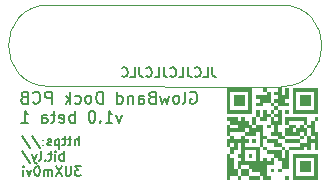
<source format=gbr>
%TF.GenerationSoftware,KiCad,Pcbnew,(6.0.9-0)*%
%TF.CreationDate,2022-11-16T11:59:38+01:00*%
%TF.ProjectId,GlowBand Dock PCB,476c6f77-4261-46e6-9420-446f636b2050,rev?*%
%TF.SameCoordinates,Original*%
%TF.FileFunction,Legend,Bot*%
%TF.FilePolarity,Positive*%
%FSLAX46Y46*%
G04 Gerber Fmt 4.6, Leading zero omitted, Abs format (unit mm)*
G04 Created by KiCad (PCBNEW (6.0.9-0)) date 2022-11-16 11:59:38*
%MOMM*%
%LPD*%
G01*
G04 APERTURE LIST*
%ADD10C,0.150000*%
%ADD11C,0.120000*%
%ADD12C,0.750013*%
%ADD13C,0.800000*%
%ADD14C,1.200000*%
%ADD15C,1.900000*%
G04 APERTURE END LIST*
D10*
X103766623Y-64230304D02*
X103766623Y-64801733D01*
X103804719Y-64916019D01*
X103880909Y-64992209D01*
X103995195Y-65030304D01*
X104071385Y-65030304D01*
X103004719Y-65030304D02*
X103385671Y-65030304D01*
X103385671Y-64230304D01*
X102280909Y-64954114D02*
X102319004Y-64992209D01*
X102433290Y-65030304D01*
X102509480Y-65030304D01*
X102623766Y-64992209D01*
X102699957Y-64916019D01*
X102738052Y-64839828D01*
X102776147Y-64687447D01*
X102776147Y-64573161D01*
X102738052Y-64420780D01*
X102699957Y-64344590D01*
X102623766Y-64268400D01*
X102509480Y-64230304D01*
X102433290Y-64230304D01*
X102319004Y-64268400D01*
X102280909Y-64306495D01*
X101709480Y-64230304D02*
X101709480Y-64801733D01*
X101747576Y-64916019D01*
X101823766Y-64992209D01*
X101938052Y-65030304D01*
X102014242Y-65030304D01*
X100947576Y-65030304D02*
X101328528Y-65030304D01*
X101328528Y-64230304D01*
X100223766Y-64954114D02*
X100261861Y-64992209D01*
X100376147Y-65030304D01*
X100452338Y-65030304D01*
X100566623Y-64992209D01*
X100642814Y-64916019D01*
X100680909Y-64839828D01*
X100719004Y-64687447D01*
X100719004Y-64573161D01*
X100680909Y-64420780D01*
X100642814Y-64344590D01*
X100566623Y-64268400D01*
X100452338Y-64230304D01*
X100376147Y-64230304D01*
X100261861Y-64268400D01*
X100223766Y-64306495D01*
X99652338Y-64230304D02*
X99652338Y-64801733D01*
X99690433Y-64916019D01*
X99766623Y-64992209D01*
X99880909Y-65030304D01*
X99957100Y-65030304D01*
X98890433Y-65030304D02*
X99271385Y-65030304D01*
X99271385Y-64230304D01*
X98166623Y-64954114D02*
X98204719Y-64992209D01*
X98319004Y-65030304D01*
X98395195Y-65030304D01*
X98509480Y-64992209D01*
X98585671Y-64916019D01*
X98623766Y-64839828D01*
X98661861Y-64687447D01*
X98661861Y-64573161D01*
X98623766Y-64420780D01*
X98585671Y-64344590D01*
X98509480Y-64268400D01*
X98395195Y-64230304D01*
X98319004Y-64230304D01*
X98204719Y-64268400D01*
X98166623Y-64306495D01*
X97595195Y-64230304D02*
X97595195Y-64801733D01*
X97633290Y-64916019D01*
X97709480Y-64992209D01*
X97823766Y-65030304D01*
X97899957Y-65030304D01*
X96833290Y-65030304D02*
X97214242Y-65030304D01*
X97214242Y-64230304D01*
X96109480Y-64954114D02*
X96147576Y-64992209D01*
X96261861Y-65030304D01*
X96338052Y-65030304D01*
X96452338Y-64992209D01*
X96528528Y-64916019D01*
X96566623Y-64839828D01*
X96604719Y-64687447D01*
X96604719Y-64573161D01*
X96566623Y-64420780D01*
X96528528Y-64344590D01*
X96452338Y-64268400D01*
X96338052Y-64230304D01*
X96261861Y-64230304D01*
X96147576Y-64268400D01*
X96109480Y-64306495D01*
X92451290Y-70828904D02*
X92451290Y-70028904D01*
X92108433Y-70828904D02*
X92108433Y-70409857D01*
X92146528Y-70333666D01*
X92222719Y-70295571D01*
X92337004Y-70295571D01*
X92413195Y-70333666D01*
X92451290Y-70371761D01*
X91841766Y-70295571D02*
X91537004Y-70295571D01*
X91727480Y-70028904D02*
X91727480Y-70714619D01*
X91689385Y-70790809D01*
X91613195Y-70828904D01*
X91537004Y-70828904D01*
X91384623Y-70295571D02*
X91079861Y-70295571D01*
X91270338Y-70028904D02*
X91270338Y-70714619D01*
X91232242Y-70790809D01*
X91156052Y-70828904D01*
X91079861Y-70828904D01*
X90813195Y-70295571D02*
X90813195Y-71095571D01*
X90813195Y-70333666D02*
X90737004Y-70295571D01*
X90584623Y-70295571D01*
X90508433Y-70333666D01*
X90470338Y-70371761D01*
X90432242Y-70447952D01*
X90432242Y-70676523D01*
X90470338Y-70752714D01*
X90508433Y-70790809D01*
X90584623Y-70828904D01*
X90737004Y-70828904D01*
X90813195Y-70790809D01*
X90127480Y-70790809D02*
X90051290Y-70828904D01*
X89898909Y-70828904D01*
X89822719Y-70790809D01*
X89784623Y-70714619D01*
X89784623Y-70676523D01*
X89822719Y-70600333D01*
X89898909Y-70562238D01*
X90013195Y-70562238D01*
X90089385Y-70524142D01*
X90127480Y-70447952D01*
X90127480Y-70409857D01*
X90089385Y-70333666D01*
X90013195Y-70295571D01*
X89898909Y-70295571D01*
X89822719Y-70333666D01*
X89441766Y-70752714D02*
X89403671Y-70790809D01*
X89441766Y-70828904D01*
X89479861Y-70790809D01*
X89441766Y-70752714D01*
X89441766Y-70828904D01*
X89441766Y-70333666D02*
X89403671Y-70371761D01*
X89441766Y-70409857D01*
X89479861Y-70371761D01*
X89441766Y-70333666D01*
X89441766Y-70409857D01*
X88489385Y-69990809D02*
X89175100Y-71019380D01*
X87651290Y-69990809D02*
X88337004Y-71019380D01*
X91194147Y-72116904D02*
X91194147Y-71316904D01*
X91194147Y-71621666D02*
X91117957Y-71583571D01*
X90965576Y-71583571D01*
X90889385Y-71621666D01*
X90851290Y-71659761D01*
X90813195Y-71735952D01*
X90813195Y-71964523D01*
X90851290Y-72040714D01*
X90889385Y-72078809D01*
X90965576Y-72116904D01*
X91117957Y-72116904D01*
X91194147Y-72078809D01*
X90470338Y-72116904D02*
X90470338Y-71583571D01*
X90470338Y-71316904D02*
X90508433Y-71355000D01*
X90470338Y-71393095D01*
X90432242Y-71355000D01*
X90470338Y-71316904D01*
X90470338Y-71393095D01*
X90203671Y-71583571D02*
X89898909Y-71583571D01*
X90089385Y-71316904D02*
X90089385Y-72002619D01*
X90051290Y-72078809D01*
X89975100Y-72116904D01*
X89898909Y-72116904D01*
X89632242Y-72040714D02*
X89594147Y-72078809D01*
X89632242Y-72116904D01*
X89670338Y-72078809D01*
X89632242Y-72040714D01*
X89632242Y-72116904D01*
X89137004Y-72116904D02*
X89213195Y-72078809D01*
X89251290Y-72002619D01*
X89251290Y-71316904D01*
X88908433Y-71583571D02*
X88717957Y-72116904D01*
X88527480Y-71583571D02*
X88717957Y-72116904D01*
X88794147Y-72307380D01*
X88832242Y-72345476D01*
X88908433Y-72383571D01*
X87651290Y-71278809D02*
X88337004Y-72307380D01*
X92641766Y-72604904D02*
X92146528Y-72604904D01*
X92413195Y-72909666D01*
X92298909Y-72909666D01*
X92222719Y-72947761D01*
X92184623Y-72985857D01*
X92146528Y-73062047D01*
X92146528Y-73252523D01*
X92184623Y-73328714D01*
X92222719Y-73366809D01*
X92298909Y-73404904D01*
X92527480Y-73404904D01*
X92603671Y-73366809D01*
X92641766Y-73328714D01*
X91803671Y-72604904D02*
X91803671Y-73252523D01*
X91765576Y-73328714D01*
X91727480Y-73366809D01*
X91651290Y-73404904D01*
X91498909Y-73404904D01*
X91422719Y-73366809D01*
X91384623Y-73328714D01*
X91346528Y-73252523D01*
X91346528Y-72604904D01*
X91041766Y-72604904D02*
X90508433Y-73404904D01*
X90508433Y-72604904D02*
X91041766Y-73404904D01*
X90203671Y-73404904D02*
X90203671Y-72871571D01*
X90203671Y-72947761D02*
X90165576Y-72909666D01*
X90089385Y-72871571D01*
X89975100Y-72871571D01*
X89898909Y-72909666D01*
X89860814Y-72985857D01*
X89860814Y-73404904D01*
X89860814Y-72985857D02*
X89822719Y-72909666D01*
X89746528Y-72871571D01*
X89632242Y-72871571D01*
X89556052Y-72909666D01*
X89517957Y-72985857D01*
X89517957Y-73404904D01*
X88984623Y-72604904D02*
X88908433Y-72604904D01*
X88832242Y-72643000D01*
X88794147Y-72681095D01*
X88756052Y-72757285D01*
X88717957Y-72909666D01*
X88717957Y-73100142D01*
X88756052Y-73252523D01*
X88794147Y-73328714D01*
X88832242Y-73366809D01*
X88908433Y-73404904D01*
X88984623Y-73404904D01*
X89060814Y-73366809D01*
X89098909Y-73328714D01*
X89137004Y-73252523D01*
X89175100Y-73100142D01*
X89175100Y-72909666D01*
X89137004Y-72757285D01*
X89098909Y-72681095D01*
X89060814Y-72643000D01*
X88984623Y-72604904D01*
X88451290Y-72871571D02*
X88260814Y-73404904D01*
X88070338Y-72871571D01*
X87765576Y-73404904D02*
X87765576Y-72871571D01*
X87765576Y-72604904D02*
X87803671Y-72643000D01*
X87765576Y-72681095D01*
X87727480Y-72643000D01*
X87765576Y-72604904D01*
X87765576Y-72681095D01*
X101921109Y-66335200D02*
X102016347Y-66287580D01*
X102159204Y-66287580D01*
X102302061Y-66335200D01*
X102397300Y-66430438D01*
X102444919Y-66525676D01*
X102492538Y-66716152D01*
X102492538Y-66859009D01*
X102444919Y-67049485D01*
X102397300Y-67144723D01*
X102302061Y-67239961D01*
X102159204Y-67287580D01*
X102063966Y-67287580D01*
X101921109Y-67239961D01*
X101873490Y-67192342D01*
X101873490Y-66859009D01*
X102063966Y-66859009D01*
X101302061Y-67287580D02*
X101397300Y-67239961D01*
X101444919Y-67144723D01*
X101444919Y-66287580D01*
X100778252Y-67287580D02*
X100873490Y-67239961D01*
X100921109Y-67192342D01*
X100968728Y-67097104D01*
X100968728Y-66811390D01*
X100921109Y-66716152D01*
X100873490Y-66668533D01*
X100778252Y-66620914D01*
X100635395Y-66620914D01*
X100540157Y-66668533D01*
X100492538Y-66716152D01*
X100444919Y-66811390D01*
X100444919Y-67097104D01*
X100492538Y-67192342D01*
X100540157Y-67239961D01*
X100635395Y-67287580D01*
X100778252Y-67287580D01*
X100111585Y-66620914D02*
X99921109Y-67287580D01*
X99730633Y-66811390D01*
X99540157Y-67287580D01*
X99349680Y-66620914D01*
X98635395Y-66763771D02*
X98492538Y-66811390D01*
X98444919Y-66859009D01*
X98397300Y-66954247D01*
X98397300Y-67097104D01*
X98444919Y-67192342D01*
X98492538Y-67239961D01*
X98587776Y-67287580D01*
X98968728Y-67287580D01*
X98968728Y-66287580D01*
X98635395Y-66287580D01*
X98540157Y-66335200D01*
X98492538Y-66382819D01*
X98444919Y-66478057D01*
X98444919Y-66573295D01*
X98492538Y-66668533D01*
X98540157Y-66716152D01*
X98635395Y-66763771D01*
X98968728Y-66763771D01*
X97540157Y-67287580D02*
X97540157Y-66763771D01*
X97587776Y-66668533D01*
X97683014Y-66620914D01*
X97873490Y-66620914D01*
X97968728Y-66668533D01*
X97540157Y-67239961D02*
X97635395Y-67287580D01*
X97873490Y-67287580D01*
X97968728Y-67239961D01*
X98016347Y-67144723D01*
X98016347Y-67049485D01*
X97968728Y-66954247D01*
X97873490Y-66906628D01*
X97635395Y-66906628D01*
X97540157Y-66859009D01*
X97063966Y-66620914D02*
X97063966Y-67287580D01*
X97063966Y-66716152D02*
X97016347Y-66668533D01*
X96921109Y-66620914D01*
X96778252Y-66620914D01*
X96683014Y-66668533D01*
X96635395Y-66763771D01*
X96635395Y-67287580D01*
X95730633Y-67287580D02*
X95730633Y-66287580D01*
X95730633Y-67239961D02*
X95825871Y-67287580D01*
X96016347Y-67287580D01*
X96111585Y-67239961D01*
X96159204Y-67192342D01*
X96206823Y-67097104D01*
X96206823Y-66811390D01*
X96159204Y-66716152D01*
X96111585Y-66668533D01*
X96016347Y-66620914D01*
X95825871Y-66620914D01*
X95730633Y-66668533D01*
X94492538Y-67287580D02*
X94492538Y-66287580D01*
X94254442Y-66287580D01*
X94111585Y-66335200D01*
X94016347Y-66430438D01*
X93968728Y-66525676D01*
X93921109Y-66716152D01*
X93921109Y-66859009D01*
X93968728Y-67049485D01*
X94016347Y-67144723D01*
X94111585Y-67239961D01*
X94254442Y-67287580D01*
X94492538Y-67287580D01*
X93349680Y-67287580D02*
X93444919Y-67239961D01*
X93492538Y-67192342D01*
X93540157Y-67097104D01*
X93540157Y-66811390D01*
X93492538Y-66716152D01*
X93444919Y-66668533D01*
X93349680Y-66620914D01*
X93206823Y-66620914D01*
X93111585Y-66668533D01*
X93063966Y-66716152D01*
X93016347Y-66811390D01*
X93016347Y-67097104D01*
X93063966Y-67192342D01*
X93111585Y-67239961D01*
X93206823Y-67287580D01*
X93349680Y-67287580D01*
X92159204Y-67239961D02*
X92254442Y-67287580D01*
X92444919Y-67287580D01*
X92540157Y-67239961D01*
X92587776Y-67192342D01*
X92635395Y-67097104D01*
X92635395Y-66811390D01*
X92587776Y-66716152D01*
X92540157Y-66668533D01*
X92444919Y-66620914D01*
X92254442Y-66620914D01*
X92159204Y-66668533D01*
X91730633Y-67287580D02*
X91730633Y-66287580D01*
X91635395Y-66906628D02*
X91349680Y-67287580D01*
X91349680Y-66620914D02*
X91730633Y-67001866D01*
X90159204Y-67287580D02*
X90159204Y-66287580D01*
X89778252Y-66287580D01*
X89683014Y-66335200D01*
X89635395Y-66382819D01*
X89587776Y-66478057D01*
X89587776Y-66620914D01*
X89635395Y-66716152D01*
X89683014Y-66763771D01*
X89778252Y-66811390D01*
X90159204Y-66811390D01*
X88587776Y-67192342D02*
X88635395Y-67239961D01*
X88778252Y-67287580D01*
X88873490Y-67287580D01*
X89016347Y-67239961D01*
X89111585Y-67144723D01*
X89159204Y-67049485D01*
X89206823Y-66859009D01*
X89206823Y-66716152D01*
X89159204Y-66525676D01*
X89111585Y-66430438D01*
X89016347Y-66335200D01*
X88873490Y-66287580D01*
X88778252Y-66287580D01*
X88635395Y-66335200D01*
X88587776Y-66382819D01*
X87825871Y-66763771D02*
X87683014Y-66811390D01*
X87635395Y-66859009D01*
X87587776Y-66954247D01*
X87587776Y-67097104D01*
X87635395Y-67192342D01*
X87683014Y-67239961D01*
X87778252Y-67287580D01*
X88159204Y-67287580D01*
X88159204Y-66287580D01*
X87825871Y-66287580D01*
X87730633Y-66335200D01*
X87683014Y-66382819D01*
X87635395Y-66478057D01*
X87635395Y-66573295D01*
X87683014Y-66668533D01*
X87730633Y-66716152D01*
X87825871Y-66763771D01*
X88159204Y-66763771D01*
X96111585Y-68230914D02*
X95873490Y-68897580D01*
X95635395Y-68230914D01*
X94730633Y-68897580D02*
X95302061Y-68897580D01*
X95016347Y-68897580D02*
X95016347Y-67897580D01*
X95111585Y-68040438D01*
X95206823Y-68135676D01*
X95302061Y-68183295D01*
X94302061Y-68802342D02*
X94254442Y-68849961D01*
X94302061Y-68897580D01*
X94349680Y-68849961D01*
X94302061Y-68802342D01*
X94302061Y-68897580D01*
X93635395Y-67897580D02*
X93540157Y-67897580D01*
X93444919Y-67945200D01*
X93397300Y-67992819D01*
X93349680Y-68088057D01*
X93302061Y-68278533D01*
X93302061Y-68516628D01*
X93349680Y-68707104D01*
X93397300Y-68802342D01*
X93444919Y-68849961D01*
X93540157Y-68897580D01*
X93635395Y-68897580D01*
X93730633Y-68849961D01*
X93778252Y-68802342D01*
X93825871Y-68707104D01*
X93873490Y-68516628D01*
X93873490Y-68278533D01*
X93825871Y-68088057D01*
X93778252Y-67992819D01*
X93730633Y-67945200D01*
X93635395Y-67897580D01*
X92111585Y-68897580D02*
X92111585Y-67897580D01*
X92111585Y-68278533D02*
X92016347Y-68230914D01*
X91825871Y-68230914D01*
X91730633Y-68278533D01*
X91683014Y-68326152D01*
X91635395Y-68421390D01*
X91635395Y-68707104D01*
X91683014Y-68802342D01*
X91730633Y-68849961D01*
X91825871Y-68897580D01*
X92016347Y-68897580D01*
X92111585Y-68849961D01*
X90825871Y-68849961D02*
X90921109Y-68897580D01*
X91111585Y-68897580D01*
X91206823Y-68849961D01*
X91254442Y-68754723D01*
X91254442Y-68373771D01*
X91206823Y-68278533D01*
X91111585Y-68230914D01*
X90921109Y-68230914D01*
X90825871Y-68278533D01*
X90778252Y-68373771D01*
X90778252Y-68469009D01*
X91254442Y-68564247D01*
X90492538Y-68230914D02*
X90111585Y-68230914D01*
X90349680Y-67897580D02*
X90349680Y-68754723D01*
X90302061Y-68849961D01*
X90206823Y-68897580D01*
X90111585Y-68897580D01*
X89349680Y-68897580D02*
X89349680Y-68373771D01*
X89397300Y-68278533D01*
X89492538Y-68230914D01*
X89683014Y-68230914D01*
X89778252Y-68278533D01*
X89349680Y-68849961D02*
X89444919Y-68897580D01*
X89683014Y-68897580D01*
X89778252Y-68849961D01*
X89825871Y-68754723D01*
X89825871Y-68659485D01*
X89778252Y-68564247D01*
X89683014Y-68516628D01*
X89444919Y-68516628D01*
X89349680Y-68469009D01*
X87587776Y-68897580D02*
X88159204Y-68897580D01*
X87873490Y-68897580D02*
X87873490Y-67897580D01*
X87968728Y-68040438D01*
X88063966Y-68135676D01*
X88159204Y-68183295D01*
%TO.C,G\u002A\u002A\u002A*%
G36*
X110571702Y-73730232D02*
G01*
X110571702Y-73404293D01*
X110897642Y-73404293D01*
X112418693Y-73404293D01*
X112418693Y-71883242D01*
X110897642Y-71883242D01*
X110897642Y-73404293D01*
X110571702Y-73404293D01*
X110571702Y-71557302D01*
X112744632Y-71557302D01*
X112744632Y-73730232D01*
X110571702Y-73730232D01*
G37*
G36*
X110261284Y-73730232D02*
G01*
X109950865Y-73730232D01*
X109950865Y-73419813D01*
X110261284Y-73419813D01*
X110261284Y-73730232D01*
G37*
G36*
X109640447Y-73109395D02*
G01*
X109330028Y-73109395D01*
X109330028Y-72798976D01*
X109640447Y-72798976D01*
X109640447Y-73109395D01*
G37*
G36*
X109640447Y-71867721D02*
G01*
X109950865Y-71867721D01*
X109950865Y-71246883D01*
X110261284Y-71246883D01*
X110261284Y-72798976D01*
X109640447Y-72798976D01*
X109640447Y-72178139D01*
X109330028Y-72178139D01*
X109330028Y-71867721D01*
X109019609Y-71867721D01*
X109019609Y-71557302D01*
X108398772Y-71557302D01*
X108398772Y-71246883D01*
X109640447Y-71246883D01*
X109640447Y-71867721D01*
G37*
G36*
X109950865Y-70005209D02*
G01*
X109950865Y-69694791D01*
X110571702Y-69694791D01*
X110882121Y-69694791D01*
X110882121Y-69384372D01*
X110571702Y-69384372D01*
X110571702Y-69694791D01*
X109950865Y-69694791D01*
X109950865Y-69384372D01*
X110261284Y-69384372D01*
X110261284Y-69073953D01*
X110882121Y-69073953D01*
X110882121Y-69384372D01*
X111192539Y-69384372D01*
X111502958Y-69384372D01*
X111813377Y-69384372D01*
X111813377Y-70005209D01*
X112123795Y-70005209D01*
X112123795Y-70315628D01*
X112434214Y-70315628D01*
X112434214Y-70005209D01*
X112123795Y-70005209D01*
X112123795Y-69384372D01*
X111813377Y-69384372D01*
X111813377Y-69073953D01*
X111502958Y-69073953D01*
X111502958Y-69384372D01*
X111192539Y-69384372D01*
X111192539Y-69073953D01*
X111502958Y-69073953D01*
X111502958Y-68763535D01*
X110261284Y-68763535D01*
X110261284Y-69073953D01*
X109950865Y-69073953D01*
X109950865Y-68453116D01*
X111813377Y-68453116D01*
X111813377Y-69073953D01*
X112123795Y-69073953D01*
X112123795Y-68763535D01*
X112434214Y-68763535D01*
X112434214Y-69694791D01*
X112744632Y-69694791D01*
X112744632Y-71246883D01*
X112434214Y-71246883D01*
X112434214Y-70626046D01*
X112123795Y-70626046D01*
X112123795Y-71246883D01*
X111813377Y-71246883D01*
X111813377Y-70936465D01*
X111502958Y-70936465D01*
X111502958Y-71246883D01*
X110261284Y-71246883D01*
X110261284Y-70936465D01*
X111192539Y-70936465D01*
X111192539Y-70626046D01*
X111813377Y-70626046D01*
X111813377Y-70005209D01*
X111502958Y-70005209D01*
X111502958Y-69694791D01*
X111192539Y-69694791D01*
X111192539Y-70005209D01*
X109950865Y-70005209D01*
G37*
G36*
X109330028Y-68453116D02*
G01*
X109019609Y-68453116D01*
X109019609Y-68142698D01*
X108709191Y-68142698D01*
X108709191Y-68453116D01*
X108398772Y-68453116D01*
X108398772Y-68763535D01*
X107777935Y-68763535D01*
X107777935Y-68453116D01*
X108088354Y-68453116D01*
X108088354Y-67832279D01*
X108398772Y-67832279D01*
X108398772Y-68142698D01*
X108709191Y-68142698D01*
X108709191Y-67832279D01*
X109019609Y-67832279D01*
X109019609Y-68142698D01*
X109330028Y-68142698D01*
X109330028Y-67832279D01*
X109640447Y-67832279D01*
X109640447Y-69073953D01*
X109330028Y-69073953D01*
X109330028Y-69694791D01*
X109640447Y-69694791D01*
X109640447Y-70005209D01*
X109950865Y-70005209D01*
X109950865Y-70315628D01*
X109330028Y-70315628D01*
X109330028Y-70005209D01*
X108709191Y-70005209D01*
X108709191Y-69694791D01*
X109019609Y-69694791D01*
X109019609Y-69073953D01*
X108709191Y-69073953D01*
X108709191Y-68453116D01*
X109019609Y-68453116D01*
X109019609Y-68763535D01*
X109330028Y-68763535D01*
X109330028Y-68453116D01*
G37*
G36*
X112744632Y-68763535D02*
G01*
X112434214Y-68763535D01*
X112434214Y-68453116D01*
X112744632Y-68453116D01*
X112744632Y-68763535D01*
G37*
G36*
X107777935Y-68453116D02*
G01*
X107467517Y-68453116D01*
X107467517Y-67832279D01*
X107777935Y-67832279D01*
X107777935Y-68453116D01*
G37*
G36*
X108709191Y-67211442D02*
G01*
X108088354Y-67211442D01*
X108088354Y-67521861D01*
X107467517Y-67521861D01*
X107467517Y-67211442D01*
X107777935Y-67211442D01*
X107777935Y-66901023D01*
X107467517Y-66901023D01*
X107467517Y-66590605D01*
X108398772Y-66590605D01*
X108398772Y-66280186D01*
X108709191Y-66280186D01*
X108709191Y-67211442D01*
G37*
G36*
X108398772Y-66280186D02*
G01*
X108088354Y-66280186D01*
X108088354Y-65969768D01*
X108398772Y-65969768D01*
X108398772Y-66280186D01*
G37*
G36*
X107467517Y-69073953D02*
G01*
X108088354Y-69073953D01*
X108088354Y-70005209D01*
X108398772Y-70005209D01*
X108398772Y-70315628D01*
X108088354Y-70315628D01*
X108088354Y-70936465D01*
X107777935Y-70936465D01*
X107777935Y-69694791D01*
X107467517Y-69694791D01*
X107467517Y-70005209D01*
X106536261Y-70005209D01*
X106536261Y-69694791D01*
X106846679Y-69694791D01*
X106846679Y-69384372D01*
X106536261Y-69384372D01*
X106536261Y-69694791D01*
X105294587Y-69694791D01*
X105294587Y-70005209D01*
X105605005Y-70005209D01*
X105605005Y-70315628D01*
X106225842Y-70315628D01*
X106225842Y-70005209D01*
X106536261Y-70005209D01*
X106536261Y-70315628D01*
X106846679Y-70315628D01*
X106846679Y-70626046D01*
X106536261Y-70626046D01*
X106536261Y-70936465D01*
X107777935Y-70936465D01*
X107777935Y-72178139D01*
X108088354Y-72178139D01*
X108088354Y-71867721D01*
X108398772Y-71867721D01*
X108398772Y-72178139D01*
X108709191Y-72178139D01*
X108709191Y-71867721D01*
X109019609Y-71867721D01*
X109019609Y-72488558D01*
X108398772Y-72488558D01*
X108398772Y-73419813D01*
X108709191Y-73419813D01*
X108709191Y-73730232D01*
X108088354Y-73730232D01*
X108088354Y-73419813D01*
X107777935Y-73419813D01*
X107777935Y-73109395D01*
X107157098Y-73109395D01*
X107157098Y-72798976D01*
X106846679Y-72798976D01*
X106846679Y-72488558D01*
X106225842Y-72488558D01*
X106225842Y-72798976D01*
X105915424Y-72798976D01*
X105915424Y-73419813D01*
X105294587Y-73419813D01*
X105294587Y-73730232D01*
X104984168Y-73730232D01*
X104984168Y-71867721D01*
X105294587Y-71867721D01*
X105605005Y-71867721D01*
X105605005Y-72798976D01*
X105915424Y-72798976D01*
X105915424Y-72178139D01*
X106225842Y-72178139D01*
X106536261Y-72178139D01*
X107467517Y-72178139D01*
X107467517Y-71246883D01*
X106536261Y-71246883D01*
X106536261Y-72178139D01*
X106225842Y-72178139D01*
X106225842Y-71867721D01*
X105915424Y-71867721D01*
X105915424Y-71557302D01*
X106225842Y-71557302D01*
X106225842Y-70626046D01*
X105915424Y-70626046D01*
X105915424Y-71246883D01*
X105605005Y-71246883D01*
X105605005Y-71557302D01*
X105294587Y-71557302D01*
X105294587Y-71867721D01*
X104984168Y-71867721D01*
X104984168Y-71557302D01*
X105294587Y-71557302D01*
X105294587Y-70936465D01*
X105605005Y-70936465D01*
X105605005Y-70626046D01*
X105294587Y-70626046D01*
X105294587Y-70936465D01*
X104984168Y-70936465D01*
X104984168Y-70315628D01*
X105294587Y-70315628D01*
X105294587Y-70005209D01*
X104984168Y-70005209D01*
X104984168Y-69384372D01*
X105294587Y-69384372D01*
X105915424Y-69384372D01*
X105915424Y-69073953D01*
X105294587Y-69073953D01*
X105294587Y-69384372D01*
X104984168Y-69384372D01*
X104984168Y-69073953D01*
X105294587Y-69073953D01*
X105294587Y-68763535D01*
X104984168Y-68763535D01*
X104984168Y-68453116D01*
X105915424Y-68453116D01*
X105915424Y-68763535D01*
X106225842Y-68763535D01*
X106225842Y-68453116D01*
X106536261Y-68453116D01*
X106536261Y-68763535D01*
X106846679Y-68763535D01*
X106846679Y-69073953D01*
X107157098Y-69073953D01*
X107157098Y-68453116D01*
X107467517Y-68453116D01*
X107467517Y-69073953D01*
X107157098Y-69073953D01*
X107157098Y-69384372D01*
X107467517Y-69384372D01*
X107467517Y-69073953D01*
G37*
G36*
X106846679Y-72798976D02*
G01*
X106846679Y-73419813D01*
X107777935Y-73419813D01*
X107777935Y-73730232D01*
X106846679Y-73730232D01*
X106846679Y-73419813D01*
X106225842Y-73419813D01*
X106225842Y-72798976D01*
X106846679Y-72798976D01*
G37*
G36*
X106225842Y-73419813D02*
G01*
X106225842Y-73730232D01*
X105915424Y-73730232D01*
X105915424Y-73419813D01*
X106225842Y-73419813D01*
G37*
G36*
X109640447Y-66590605D02*
G01*
X109950865Y-66590605D01*
X109950865Y-65969768D01*
X110261284Y-65969768D01*
X110261284Y-66901023D01*
X109950865Y-66901023D01*
X109950865Y-67211442D01*
X110261284Y-67211442D01*
X110261284Y-67521861D01*
X109330028Y-67521861D01*
X109330028Y-67211442D01*
X109019609Y-67211442D01*
X109019609Y-67521861D01*
X109330028Y-67521861D01*
X109330028Y-67832279D01*
X109019609Y-67832279D01*
X109019609Y-67521861D01*
X108709191Y-67521861D01*
X108709191Y-67211442D01*
X109019609Y-67211442D01*
X109019609Y-66901023D01*
X109330028Y-66901023D01*
X109330028Y-66590605D01*
X109019609Y-66590605D01*
X109019609Y-66280186D01*
X109330028Y-66280186D01*
X109330028Y-65969768D01*
X109640447Y-65969768D01*
X109640447Y-66590605D01*
G37*
G36*
X109019609Y-73109395D02*
G01*
X108709191Y-73109395D01*
X108709191Y-72798976D01*
X109019609Y-72798976D01*
X109019609Y-73109395D01*
G37*
G36*
X110571702Y-68142698D02*
G01*
X110571702Y-67816758D01*
X110897642Y-67816758D01*
X112418693Y-67816758D01*
X112418693Y-66295707D01*
X110897642Y-66295707D01*
X110897642Y-67816758D01*
X110571702Y-67816758D01*
X110571702Y-65969768D01*
X112744632Y-65969768D01*
X112744632Y-68142698D01*
X110571702Y-68142698D01*
G37*
G36*
X110261284Y-68142698D02*
G01*
X109950865Y-68142698D01*
X109950865Y-67832279D01*
X110261284Y-67832279D01*
X110261284Y-68142698D01*
G37*
G36*
X104984168Y-68142698D02*
G01*
X104984168Y-67816758D01*
X105310107Y-67816758D01*
X106831158Y-67816758D01*
X106831158Y-66295707D01*
X105310107Y-66295707D01*
X105310107Y-67816758D01*
X104984168Y-67816758D01*
X104984168Y-65969768D01*
X107157098Y-65969768D01*
X107157098Y-68142698D01*
X104984168Y-68142698D01*
G37*
G36*
X112123795Y-73109395D02*
G01*
X111192539Y-73109395D01*
X111192539Y-72178139D01*
X112123795Y-72178139D01*
X112123795Y-73109395D01*
G37*
G36*
X109950865Y-71246883D02*
G01*
X109640447Y-71246883D01*
X109640447Y-70936465D01*
X109950865Y-70936465D01*
X109950865Y-71246883D01*
G37*
G36*
X109330028Y-70626046D02*
G01*
X109640447Y-70626046D01*
X109640447Y-70936465D01*
X109019609Y-70936465D01*
X109019609Y-70626046D01*
X108398772Y-70626046D01*
X108398772Y-70315628D01*
X109330028Y-70315628D01*
X109330028Y-70626046D01*
G37*
G36*
X108398772Y-71246883D02*
G01*
X108088354Y-71246883D01*
X108088354Y-70936465D01*
X108398772Y-70936465D01*
X108398772Y-71246883D01*
G37*
G36*
X111192539Y-70626046D02*
G01*
X109950865Y-70626046D01*
X109950865Y-70315628D01*
X111192539Y-70315628D01*
X111192539Y-70626046D01*
G37*
G36*
X111502958Y-70315628D02*
G01*
X111192539Y-70315628D01*
X111192539Y-70005209D01*
X111502958Y-70005209D01*
X111502958Y-70315628D01*
G37*
G36*
X107467517Y-70626046D02*
G01*
X107157098Y-70626046D01*
X107157098Y-70315628D01*
X107467517Y-70315628D01*
X107467517Y-70626046D01*
G37*
G36*
X108709191Y-69384372D02*
G01*
X108398772Y-69384372D01*
X108398772Y-69073953D01*
X108709191Y-69073953D01*
X108709191Y-69384372D01*
G37*
G36*
X107157098Y-71867721D02*
G01*
X106846679Y-71867721D01*
X106846679Y-71557302D01*
X107157098Y-71557302D01*
X107157098Y-71867721D01*
G37*
G36*
X112123795Y-67521861D02*
G01*
X111192539Y-67521861D01*
X111192539Y-66590605D01*
X112123795Y-66590605D01*
X112123795Y-67521861D01*
G37*
G36*
X106536261Y-67521861D02*
G01*
X105605005Y-67521861D01*
X105605005Y-66590605D01*
X106536261Y-66590605D01*
X106536261Y-67521861D01*
G37*
D11*
%TO.C,P1*%
X89974013Y-58932187D02*
X109604013Y-58942187D01*
X89974013Y-65832187D02*
X109604013Y-65842187D01*
X109604013Y-65842187D02*
G75*
G03*
X109604013Y-58942187I0J3450000D01*
G01*
X89974013Y-58932187D02*
G75*
G03*
X89974013Y-65832187I0J-3450000D01*
G01*
%TD*%
%LPC*%
D12*
%TO.C,U2*%
X95801499Y-70831714D03*
D13*
X103301626Y-70831714D03*
D14*
X97151511Y-72981574D03*
X101951613Y-68681600D03*
X101951613Y-72981574D03*
X97151511Y-68681600D03*
%TD*%
D15*
%TO.C,P1*%
X94294013Y-62392187D03*
X96494013Y-62392187D03*
X98694013Y-62392187D03*
X100894013Y-62392187D03*
X103094013Y-62392187D03*
X105294013Y-62392187D03*
%TD*%
M02*

</source>
